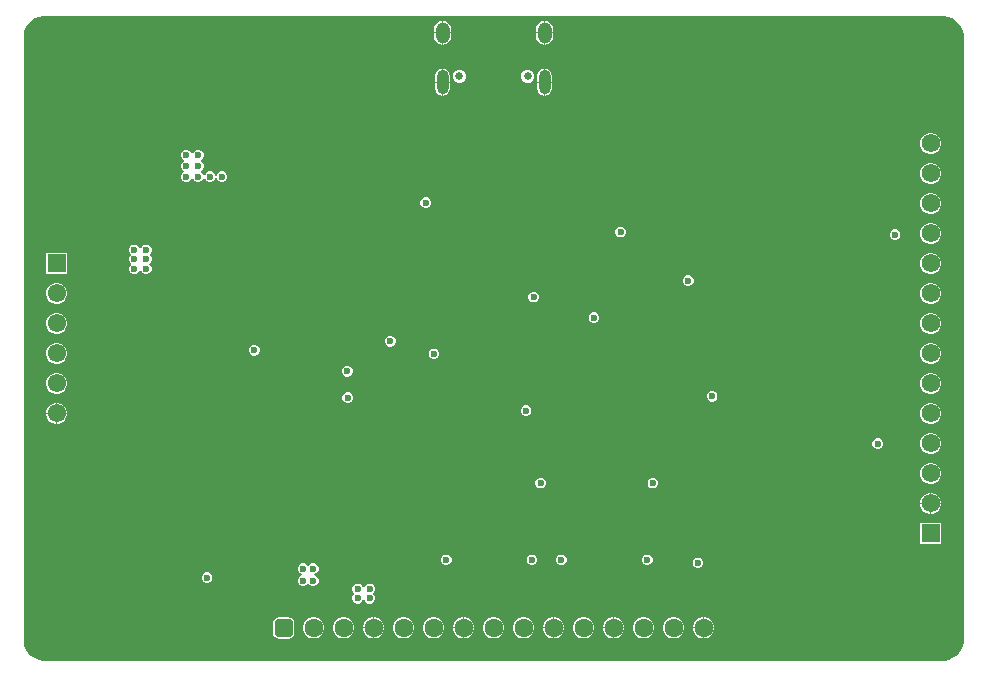
<source format=gbr>
%TF.GenerationSoftware,Altium Limited,Altium Designer,26.2.0 (7)*%
G04 Layer_Physical_Order=2*
G04 Layer_Color=36540*
%FSLAX45Y45*%
%MOMM*%
%TF.SameCoordinates,98F60570-CFD4-4618-BAC5-DA2D18F82F03*%
%TF.FilePolarity,Positive*%
%TF.FileFunction,Copper,L2,Inr,Signal*%
%TF.Part,Single*%
G01*
G75*
%TA.AperFunction,ComponentPad*%
%ADD38C,1.57000*%
%ADD39R,1.57000X1.57000*%
%ADD40C,1.55000*%
%ADD41R,1.55000X1.55000*%
%ADD42C,1.60000*%
G04:AMPARAMS|DCode=43|XSize=1.6mm|YSize=1.6mm|CornerRadius=0.4mm|HoleSize=0mm|Usage=FLASHONLY|Rotation=0.000|XOffset=0mm|YOffset=0mm|HoleType=Round|Shape=RoundedRectangle|*
%AMROUNDEDRECTD43*
21,1,1.60000,0.80000,0,0,0.0*
21,1,0.80000,1.60000,0,0,0.0*
1,1,0.80000,0.40000,-0.40000*
1,1,0.80000,-0.40000,-0.40000*
1,1,0.80000,-0.40000,0.40000*
1,1,0.80000,0.40000,0.40000*
%
%ADD43ROUNDEDRECTD43*%
%TA.AperFunction,TestPad*%
%ADD44O,1.00000X2.10000*%
%ADD45O,1.20000X1.80000*%
%TA.AperFunction,ViaPad*%
%ADD46C,6.00000*%
%TA.AperFunction,TestPad*%
%ADD47C,0.65000*%
%TA.AperFunction,ViaPad*%
%ADD48C,0.60000*%
G36*
X7852389Y5472707D02*
X7885077Y5459167D01*
X7914494Y5439512D01*
X7939512Y5414494D01*
X7959167Y5385077D01*
X7972707Y5352389D01*
X7979610Y5317690D01*
Y5300000D01*
Y200000D01*
Y182310D01*
X7972707Y147611D01*
X7959167Y114923D01*
X7939512Y85506D01*
X7914494Y60488D01*
X7885077Y40833D01*
X7852389Y27293D01*
X7817690Y20391D01*
X182310D01*
X147611Y27293D01*
X114923Y40833D01*
X85506Y60488D01*
X60488Y85506D01*
X40833Y114923D01*
X27293Y147611D01*
X20391Y182310D01*
Y200000D01*
Y5300000D01*
Y5317690D01*
X27293Y5352389D01*
X40833Y5385077D01*
X60488Y5414494D01*
X85506Y5439512D01*
X114923Y5459167D01*
X147611Y5472707D01*
X182310Y5479609D01*
X7817690D01*
X7852389Y5472707D01*
D02*
G37*
%LPC*%
G36*
X4437079Y5437846D02*
Y5342830D01*
X4502765D01*
Y5367750D01*
X4500353Y5386065D01*
X4493284Y5403132D01*
X4482038Y5417788D01*
X4467382Y5429034D01*
X4450315Y5436104D01*
X4437079Y5437846D01*
D02*
G37*
G36*
X4426919D02*
X4413684Y5436104D01*
X4396617Y5429034D01*
X4381961Y5417788D01*
X4370715Y5403132D01*
X4363646Y5386065D01*
X4361234Y5367750D01*
Y5342830D01*
X4426919D01*
Y5437846D01*
D02*
G37*
G36*
X3573079D02*
Y5342830D01*
X3638765D01*
Y5367750D01*
X3636354Y5386065D01*
X3629284Y5403132D01*
X3618038Y5417788D01*
X3603382Y5429034D01*
X3586315Y5436104D01*
X3573079Y5437846D01*
D02*
G37*
G36*
X3562919D02*
X3549684Y5436104D01*
X3532617Y5429034D01*
X3517961Y5417788D01*
X3506715Y5403132D01*
X3499646Y5386065D01*
X3497235Y5367750D01*
Y5342830D01*
X3562919D01*
Y5437846D01*
D02*
G37*
G36*
X4426919Y5332670D02*
X4361234D01*
Y5307750D01*
X4363646Y5289434D01*
X4370715Y5272367D01*
X4381961Y5257711D01*
X4396617Y5246466D01*
X4413684Y5239396D01*
X4426919Y5237653D01*
Y5332670D01*
D02*
G37*
G36*
X3562919Y5332670D02*
X3497235D01*
Y5307750D01*
X3499646Y5289434D01*
X3506715Y5272367D01*
X3517961Y5257711D01*
X3532617Y5246466D01*
X3549684Y5239396D01*
X3562919Y5237653D01*
Y5332670D01*
D02*
G37*
G36*
X3638765D02*
X3573079D01*
Y5237653D01*
X3586315Y5239396D01*
X3603382Y5246466D01*
X3618038Y5257711D01*
X3629284Y5272367D01*
X3636354Y5289434D01*
X3638765Y5307750D01*
Y5332670D01*
D02*
G37*
G36*
X4502765Y5332670D02*
X4437079D01*
Y5237653D01*
X4450315Y5239396D01*
X4467382Y5246466D01*
X4482038Y5257711D01*
X4493284Y5272367D01*
X4500353Y5289434D01*
X4502765Y5307750D01*
Y5332670D01*
D02*
G37*
G36*
X4437079Y5035078D02*
Y4924830D01*
X4493338D01*
Y4974750D01*
X4488669Y4998223D01*
X4475372Y5018123D01*
X4455473Y5031419D01*
X4437079Y5035078D01*
D02*
G37*
G36*
X4426919Y5035078D02*
X4408526Y5031419D01*
X4388627Y5018123D01*
X4375330Y4998223D01*
X4370661Y4974750D01*
Y4924830D01*
X4426919D01*
Y5035078D01*
D02*
G37*
G36*
X3573080Y5035078D02*
Y4924830D01*
X3629338D01*
Y4974750D01*
X3624669Y4998223D01*
X3611373Y5018123D01*
X3591473Y5031419D01*
X3573080Y5035078D01*
D02*
G37*
G36*
X3562920D02*
X3544527Y5031419D01*
X3524627Y5018123D01*
X3511330Y4998223D01*
X3506661Y4974750D01*
Y4924830D01*
X3562920D01*
Y5035078D01*
D02*
G37*
G36*
X4300437Y5027250D02*
X4277562D01*
X4256428Y5018496D01*
X4240253Y5002321D01*
X4231500Y4981187D01*
Y4958312D01*
X4240253Y4937179D01*
X4256428Y4921004D01*
X4277562Y4912250D01*
X4300437D01*
X4321571Y4921004D01*
X4337746Y4937179D01*
X4346500Y4958312D01*
Y4981187D01*
X4337746Y5002321D01*
X4321571Y5018496D01*
X4300437Y5027250D01*
D02*
G37*
G36*
X3722437D02*
X3699562D01*
X3678429Y5018496D01*
X3662254Y5002321D01*
X3653500Y4981187D01*
Y4958312D01*
X3662254Y4937179D01*
X3678429Y4921004D01*
X3699562Y4912250D01*
X3722437D01*
X3743571Y4921004D01*
X3759746Y4937179D01*
X3768500Y4958312D01*
Y4981187D01*
X3759746Y5002321D01*
X3743571Y5018496D01*
X3722437Y5027250D01*
D02*
G37*
G36*
X4426919Y4914670D02*
X4370661D01*
Y4864750D01*
X4375330Y4841277D01*
X4388627Y4821377D01*
X4408526Y4808080D01*
X4426919Y4804422D01*
Y4914670D01*
D02*
G37*
G36*
X3629338Y4914670D02*
X3573080D01*
Y4804422D01*
X3591473Y4808080D01*
X3611373Y4821377D01*
X3624669Y4841277D01*
X3629338Y4864750D01*
Y4914670D01*
D02*
G37*
G36*
X3562920D02*
X3506661D01*
Y4864750D01*
X3511330Y4841277D01*
X3524627Y4821377D01*
X3544527Y4808080D01*
X3562920Y4804422D01*
Y4914670D01*
D02*
G37*
G36*
X4493338Y4914670D02*
X4437079D01*
Y4804422D01*
X4455473Y4808080D01*
X4475372Y4821377D01*
X4488669Y4841277D01*
X4493338Y4864750D01*
Y4914670D01*
D02*
G37*
G36*
X7711672Y4489660D02*
X7688328D01*
X7665779Y4483618D01*
X7645562Y4471946D01*
X7629054Y4455439D01*
X7617382Y4435222D01*
X7611340Y4412672D01*
Y4389328D01*
X7617382Y4366779D01*
X7629054Y4346562D01*
X7645562Y4330054D01*
X7665779Y4318382D01*
X7688328Y4312340D01*
X7711672D01*
X7734222Y4318382D01*
X7754439Y4330054D01*
X7770946Y4346562D01*
X7782618Y4366779D01*
X7788660Y4389328D01*
Y4412672D01*
X7782618Y4435222D01*
X7770946Y4455439D01*
X7754439Y4471946D01*
X7734222Y4483618D01*
X7711672Y4489660D01*
D02*
G37*
G36*
X1508951Y4345000D02*
X1491049D01*
X1474510Y4338149D01*
X1461851Y4325490D01*
X1455000Y4308951D01*
X1445000D01*
X1438149Y4325490D01*
X1425490Y4338149D01*
X1408951Y4345000D01*
X1391049D01*
X1374510Y4338149D01*
X1361851Y4325490D01*
X1355000Y4308951D01*
Y4291049D01*
X1361851Y4274510D01*
X1374510Y4261851D01*
X1377774Y4260499D01*
Y4249501D01*
X1374510Y4248149D01*
X1361851Y4235490D01*
X1355000Y4218951D01*
Y4201049D01*
X1361851Y4184510D01*
X1374510Y4171851D01*
X1377774Y4170499D01*
Y4159501D01*
X1374510Y4158149D01*
X1361851Y4145490D01*
X1355000Y4128951D01*
Y4111049D01*
X1361851Y4094509D01*
X1374510Y4081851D01*
X1391049Y4075000D01*
X1408951D01*
X1425490Y4081851D01*
X1438149Y4094509D01*
X1445000Y4111049D01*
X1455000D01*
X1461851Y4094509D01*
X1474510Y4081851D01*
X1491049Y4075000D01*
X1508951D01*
X1525490Y4081851D01*
X1538149Y4094509D01*
X1545000Y4111049D01*
X1555000D01*
X1561851Y4094509D01*
X1574510Y4081851D01*
X1591049Y4075000D01*
X1608951D01*
X1625491Y4081851D01*
X1638149Y4094509D01*
X1645000Y4111049D01*
X1655000D01*
X1661851Y4094509D01*
X1674509Y4081851D01*
X1691049Y4075000D01*
X1708951D01*
X1725490Y4081851D01*
X1738149Y4094509D01*
X1745000Y4111049D01*
Y4128951D01*
X1738149Y4145490D01*
X1725490Y4158149D01*
X1708951Y4165000D01*
X1691049D01*
X1674509Y4158149D01*
X1661851Y4145490D01*
X1655000Y4128951D01*
X1645000D01*
X1638149Y4145490D01*
X1625491Y4158149D01*
X1608951Y4165000D01*
X1591049D01*
X1574510Y4158149D01*
X1561851Y4145490D01*
X1555000Y4128951D01*
X1545000D01*
X1538149Y4145490D01*
X1525490Y4158149D01*
X1522226Y4159501D01*
Y4170499D01*
X1525490Y4171851D01*
X1538149Y4184510D01*
X1545000Y4201049D01*
Y4218951D01*
X1538149Y4235490D01*
X1525490Y4248149D01*
X1522226Y4249501D01*
Y4260499D01*
X1525490Y4261851D01*
X1538149Y4274510D01*
X1545000Y4291049D01*
Y4308951D01*
X1538149Y4325490D01*
X1525490Y4338149D01*
X1508951Y4345000D01*
D02*
G37*
G36*
X7711672Y4235660D02*
X7688328D01*
X7665779Y4229618D01*
X7645562Y4217946D01*
X7629054Y4201439D01*
X7617382Y4181222D01*
X7611340Y4158672D01*
Y4135328D01*
X7617382Y4112779D01*
X7629054Y4092562D01*
X7645562Y4076054D01*
X7665779Y4064382D01*
X7688328Y4058340D01*
X7711672D01*
X7734222Y4064382D01*
X7754439Y4076054D01*
X7770946Y4092562D01*
X7782618Y4112779D01*
X7788660Y4135328D01*
Y4158672D01*
X7782618Y4181222D01*
X7770946Y4201439D01*
X7754439Y4217946D01*
X7734222Y4229618D01*
X7711672Y4235660D01*
D02*
G37*
G36*
X3433951Y3945000D02*
X3416049D01*
X3399510Y3938149D01*
X3386851Y3925490D01*
X3380000Y3908951D01*
Y3891049D01*
X3386851Y3874510D01*
X3399510Y3861851D01*
X3416049Y3855000D01*
X3433951D01*
X3450490Y3861851D01*
X3463149Y3874510D01*
X3470000Y3891049D01*
Y3908951D01*
X3463149Y3925490D01*
X3450490Y3938149D01*
X3433951Y3945000D01*
D02*
G37*
G36*
X7711672Y3981660D02*
X7688328D01*
X7665779Y3975618D01*
X7645562Y3963946D01*
X7629054Y3947439D01*
X7617382Y3927222D01*
X7611340Y3904672D01*
Y3881328D01*
X7617382Y3858779D01*
X7629054Y3838562D01*
X7645562Y3822054D01*
X7665779Y3810382D01*
X7688328Y3804340D01*
X7711672D01*
X7734222Y3810382D01*
X7754439Y3822054D01*
X7770946Y3838562D01*
X7782618Y3858779D01*
X7788660Y3881328D01*
Y3904672D01*
X7782618Y3927222D01*
X7770946Y3947439D01*
X7754439Y3963946D01*
X7734222Y3975618D01*
X7711672Y3981660D01*
D02*
G37*
G36*
X5083951Y3695000D02*
X5066049D01*
X5049510Y3688149D01*
X5036851Y3675490D01*
X5030000Y3658951D01*
Y3641049D01*
X5036851Y3624510D01*
X5049510Y3611851D01*
X5066049Y3605000D01*
X5083951D01*
X5100490Y3611851D01*
X5113149Y3624510D01*
X5120000Y3641049D01*
Y3658951D01*
X5113149Y3675490D01*
X5100490Y3688149D01*
X5083951Y3695000D01*
D02*
G37*
G36*
X7408951Y3675000D02*
X7391049D01*
X7374510Y3668149D01*
X7361851Y3655491D01*
X7355000Y3638951D01*
Y3621049D01*
X7361851Y3604510D01*
X7374510Y3591851D01*
X7391049Y3585000D01*
X7408951D01*
X7425490Y3591851D01*
X7438149Y3604510D01*
X7445000Y3621049D01*
Y3638951D01*
X7438149Y3655491D01*
X7425490Y3668149D01*
X7408951Y3675000D01*
D02*
G37*
G36*
X7711672Y3727660D02*
X7688328D01*
X7665779Y3721618D01*
X7645562Y3709946D01*
X7629054Y3693439D01*
X7617382Y3673222D01*
X7611340Y3650672D01*
Y3627328D01*
X7617382Y3604779D01*
X7629054Y3584562D01*
X7645562Y3568054D01*
X7665779Y3556382D01*
X7688328Y3550340D01*
X7711672D01*
X7734222Y3556382D01*
X7754439Y3568054D01*
X7770946Y3584562D01*
X7782618Y3604779D01*
X7788660Y3627328D01*
Y3650672D01*
X7782618Y3673222D01*
X7770946Y3693439D01*
X7754439Y3709946D01*
X7734222Y3721618D01*
X7711672Y3727660D01*
D02*
G37*
G36*
X1068951Y3545000D02*
X1051049D01*
X1034509Y3538149D01*
X1021851Y3525491D01*
X1015000Y3508951D01*
X1005000D01*
X998149Y3525491D01*
X985491Y3538149D01*
X968951Y3545000D01*
X951049D01*
X934510Y3538149D01*
X921851Y3525491D01*
X915000Y3508951D01*
Y3491049D01*
X921851Y3474510D01*
X929723Y3466637D01*
X933466Y3460000D01*
X929723Y3453363D01*
X921851Y3445490D01*
X915000Y3428951D01*
Y3411049D01*
X921851Y3394510D01*
X929723Y3386638D01*
X933466Y3380000D01*
X929723Y3373363D01*
X921851Y3365491D01*
X915000Y3348951D01*
Y3331049D01*
X921851Y3314510D01*
X934510Y3301851D01*
X951049Y3295000D01*
X968951D01*
X985491Y3301851D01*
X998149Y3314510D01*
X1005000Y3331049D01*
X1015000D01*
X1021851Y3314510D01*
X1034509Y3301851D01*
X1051049Y3295000D01*
X1068951D01*
X1085490Y3301851D01*
X1098149Y3314510D01*
X1105000Y3331049D01*
Y3348951D01*
X1098149Y3365491D01*
X1090277Y3373363D01*
X1086534Y3380000D01*
X1090277Y3386638D01*
X1098149Y3394510D01*
X1105000Y3411049D01*
Y3428951D01*
X1098149Y3445490D01*
X1090277Y3453363D01*
X1086534Y3460000D01*
X1090277Y3466637D01*
X1098149Y3474510D01*
X1105000Y3491049D01*
Y3508951D01*
X1098149Y3525491D01*
X1085490Y3538149D01*
X1068951Y3545000D01*
D02*
G37*
G36*
X387660Y3472660D02*
X212340D01*
Y3297340D01*
X387660D01*
Y3472660D01*
D02*
G37*
G36*
X7711672Y3473660D02*
X7688328D01*
X7665779Y3467618D01*
X7645562Y3455946D01*
X7629054Y3439439D01*
X7617382Y3419222D01*
X7611340Y3396672D01*
Y3373328D01*
X7617382Y3350779D01*
X7629054Y3330562D01*
X7645562Y3314054D01*
X7665779Y3302382D01*
X7688328Y3296340D01*
X7711672D01*
X7734222Y3302382D01*
X7754439Y3314054D01*
X7770946Y3330562D01*
X7782618Y3350779D01*
X7788660Y3373328D01*
Y3396672D01*
X7782618Y3419222D01*
X7770946Y3439439D01*
X7754439Y3455946D01*
X7734222Y3467618D01*
X7711672Y3473660D01*
D02*
G37*
G36*
X5658951Y3285000D02*
X5641049D01*
X5624509Y3278149D01*
X5611851Y3265491D01*
X5605000Y3248951D01*
Y3231049D01*
X5611851Y3214510D01*
X5624509Y3201851D01*
X5641049Y3195000D01*
X5658951D01*
X5675490Y3201851D01*
X5688149Y3214510D01*
X5695000Y3231049D01*
Y3248951D01*
X5688149Y3265491D01*
X5675490Y3278149D01*
X5658951Y3285000D01*
D02*
G37*
G36*
X4348951Y3145000D02*
X4331049D01*
X4314510Y3138149D01*
X4301851Y3125490D01*
X4295000Y3108951D01*
Y3091049D01*
X4301851Y3074509D01*
X4314510Y3061851D01*
X4331049Y3055000D01*
X4348951D01*
X4365490Y3061851D01*
X4378149Y3074509D01*
X4385000Y3091049D01*
Y3108951D01*
X4378149Y3125490D01*
X4365490Y3138149D01*
X4348951Y3145000D01*
D02*
G37*
G36*
X311541Y3218660D02*
X288459D01*
X266164Y3212686D01*
X246176Y3201145D01*
X229855Y3184824D01*
X218314Y3164836D01*
X212340Y3142541D01*
Y3119459D01*
X218314Y3097164D01*
X229855Y3077176D01*
X246176Y3060855D01*
X266164Y3049314D01*
X288459Y3043340D01*
X311541D01*
X333836Y3049314D01*
X353824Y3060855D01*
X370145Y3077176D01*
X381686Y3097164D01*
X387660Y3119459D01*
Y3142541D01*
X381686Y3164836D01*
X370145Y3184824D01*
X353824Y3201145D01*
X333836Y3212686D01*
X311541Y3218660D01*
D02*
G37*
G36*
X7711672Y3219660D02*
X7688328D01*
X7665779Y3213618D01*
X7645562Y3201946D01*
X7629054Y3185439D01*
X7617382Y3165222D01*
X7611340Y3142672D01*
Y3119328D01*
X7617382Y3096779D01*
X7629054Y3076562D01*
X7645562Y3060054D01*
X7665779Y3048382D01*
X7688328Y3042340D01*
X7711672D01*
X7734222Y3048382D01*
X7754439Y3060054D01*
X7770946Y3076562D01*
X7782618Y3096779D01*
X7788660Y3119328D01*
Y3142672D01*
X7782618Y3165222D01*
X7770946Y3185439D01*
X7754439Y3201946D01*
X7734222Y3213618D01*
X7711672Y3219660D01*
D02*
G37*
G36*
X4858951Y2970000D02*
X4841049D01*
X4824510Y2963149D01*
X4811851Y2950490D01*
X4805000Y2933951D01*
Y2916049D01*
X4811851Y2899510D01*
X4824510Y2886851D01*
X4841049Y2880000D01*
X4858951D01*
X4875490Y2886851D01*
X4888149Y2899510D01*
X4895000Y2916049D01*
Y2933951D01*
X4888149Y2950490D01*
X4875490Y2963149D01*
X4858951Y2970000D01*
D02*
G37*
G36*
X311541Y2964660D02*
X288459D01*
X266164Y2958686D01*
X246176Y2947145D01*
X229855Y2930824D01*
X218314Y2910836D01*
X212340Y2888541D01*
Y2865459D01*
X218314Y2843164D01*
X229855Y2823176D01*
X246176Y2806855D01*
X266164Y2795314D01*
X288459Y2789340D01*
X311541D01*
X333836Y2795314D01*
X353824Y2806855D01*
X370145Y2823176D01*
X381686Y2843164D01*
X387660Y2865459D01*
Y2888541D01*
X381686Y2910836D01*
X370145Y2930824D01*
X353824Y2947145D01*
X333836Y2958686D01*
X311541Y2964660D01*
D02*
G37*
G36*
X7711672Y2965660D02*
X7688328D01*
X7665779Y2959618D01*
X7645562Y2947946D01*
X7629054Y2931439D01*
X7617382Y2911222D01*
X7611340Y2888672D01*
Y2865328D01*
X7617382Y2842779D01*
X7629054Y2822562D01*
X7645562Y2806054D01*
X7665779Y2794382D01*
X7688328Y2788340D01*
X7711672D01*
X7734222Y2794382D01*
X7754439Y2806054D01*
X7770946Y2822562D01*
X7782618Y2842779D01*
X7788660Y2865328D01*
Y2888672D01*
X7782618Y2911222D01*
X7770946Y2931439D01*
X7754439Y2947946D01*
X7734222Y2959618D01*
X7711672Y2965660D01*
D02*
G37*
G36*
X3133951Y2770000D02*
X3116049D01*
X3099510Y2763149D01*
X3086851Y2750490D01*
X3080000Y2733951D01*
Y2716049D01*
X3086851Y2699509D01*
X3099510Y2686851D01*
X3116049Y2680000D01*
X3133951D01*
X3150491Y2686851D01*
X3163149Y2699509D01*
X3170000Y2716049D01*
Y2733951D01*
X3163149Y2750490D01*
X3150491Y2763149D01*
X3133951Y2770000D01*
D02*
G37*
G36*
X1983951Y2695000D02*
X1966049D01*
X1949510Y2688149D01*
X1936851Y2675490D01*
X1930000Y2658951D01*
Y2641049D01*
X1936851Y2624510D01*
X1949510Y2611851D01*
X1966049Y2605000D01*
X1983951D01*
X2000491Y2611851D01*
X2013149Y2624510D01*
X2020000Y2641049D01*
Y2658951D01*
X2013149Y2675490D01*
X2000491Y2688149D01*
X1983951Y2695000D01*
D02*
G37*
G36*
X3503951Y2665000D02*
X3486049D01*
X3469510Y2658149D01*
X3456851Y2645491D01*
X3450000Y2628951D01*
Y2611049D01*
X3456851Y2594510D01*
X3469510Y2581851D01*
X3486049Y2575000D01*
X3503951D01*
X3520491Y2581851D01*
X3533149Y2594510D01*
X3540000Y2611049D01*
Y2628951D01*
X3533149Y2645491D01*
X3520491Y2658149D01*
X3503951Y2665000D01*
D02*
G37*
G36*
X311541Y2710660D02*
X288459D01*
X266164Y2704686D01*
X246176Y2693145D01*
X229855Y2676824D01*
X218314Y2656836D01*
X212340Y2634541D01*
Y2611459D01*
X218314Y2589164D01*
X229855Y2569176D01*
X246176Y2552855D01*
X266164Y2541314D01*
X288459Y2535340D01*
X311541D01*
X333836Y2541314D01*
X353824Y2552855D01*
X370145Y2569176D01*
X381686Y2589164D01*
X387660Y2611459D01*
Y2634541D01*
X381686Y2656836D01*
X370145Y2676824D01*
X353824Y2693145D01*
X333836Y2704686D01*
X311541Y2710660D01*
D02*
G37*
G36*
X7711672Y2711660D02*
X7688328D01*
X7665779Y2705618D01*
X7645562Y2693946D01*
X7629054Y2677439D01*
X7617382Y2657222D01*
X7611340Y2634672D01*
Y2611328D01*
X7617382Y2588779D01*
X7629054Y2568562D01*
X7645562Y2552054D01*
X7665779Y2540382D01*
X7688328Y2534340D01*
X7711672D01*
X7734222Y2540382D01*
X7754439Y2552054D01*
X7770946Y2568562D01*
X7782618Y2588779D01*
X7788660Y2611328D01*
Y2634672D01*
X7782618Y2657222D01*
X7770946Y2677439D01*
X7754439Y2693946D01*
X7734222Y2705618D01*
X7711672Y2711660D01*
D02*
G37*
G36*
X2771451Y2517500D02*
X2753549D01*
X2737010Y2510649D01*
X2724351Y2497990D01*
X2717500Y2481451D01*
Y2463549D01*
X2724351Y2447010D01*
X2737010Y2434351D01*
X2753549Y2427500D01*
X2771451D01*
X2787990Y2434351D01*
X2800649Y2447010D01*
X2807500Y2463549D01*
Y2481451D01*
X2800649Y2497990D01*
X2787990Y2510649D01*
X2771451Y2517500D01*
D02*
G37*
G36*
X311541Y2456660D02*
X288459D01*
X266164Y2450686D01*
X246176Y2439145D01*
X229855Y2422824D01*
X218314Y2402836D01*
X212340Y2380541D01*
Y2357459D01*
X218314Y2335164D01*
X229855Y2315176D01*
X246176Y2298855D01*
X266164Y2287314D01*
X288459Y2281340D01*
X311541D01*
X333836Y2287314D01*
X353824Y2298855D01*
X370145Y2315176D01*
X381686Y2335164D01*
X387660Y2357459D01*
Y2380541D01*
X381686Y2402836D01*
X370145Y2422824D01*
X353824Y2439145D01*
X333836Y2450686D01*
X311541Y2456660D01*
D02*
G37*
G36*
X7711672Y2457660D02*
X7688328D01*
X7665779Y2451618D01*
X7645562Y2439946D01*
X7629054Y2423439D01*
X7617382Y2403222D01*
X7611340Y2380672D01*
Y2357328D01*
X7617382Y2334779D01*
X7629054Y2314562D01*
X7645562Y2298054D01*
X7665779Y2286382D01*
X7688328Y2280340D01*
X7711672D01*
X7734222Y2286382D01*
X7754439Y2298054D01*
X7770946Y2314562D01*
X7782618Y2334779D01*
X7788660Y2357328D01*
Y2380672D01*
X7782618Y2403222D01*
X7770946Y2423439D01*
X7754439Y2439946D01*
X7734222Y2451618D01*
X7711672Y2457660D01*
D02*
G37*
G36*
X5858951Y2305000D02*
X5841049D01*
X5824510Y2298149D01*
X5811851Y2285490D01*
X5805000Y2268951D01*
Y2251049D01*
X5811851Y2234510D01*
X5824510Y2221851D01*
X5841049Y2215000D01*
X5858951D01*
X5875490Y2221851D01*
X5888149Y2234510D01*
X5895000Y2251049D01*
Y2268951D01*
X5888149Y2285490D01*
X5875490Y2298149D01*
X5858951Y2305000D01*
D02*
G37*
G36*
X2773951Y2295000D02*
X2756049D01*
X2739510Y2288149D01*
X2726851Y2275490D01*
X2720000Y2258951D01*
Y2241049D01*
X2726851Y2224510D01*
X2739510Y2211851D01*
X2756049Y2205000D01*
X2773951D01*
X2790490Y2211851D01*
X2803149Y2224510D01*
X2810000Y2241049D01*
Y2258951D01*
X2803149Y2275490D01*
X2790490Y2288149D01*
X2773951Y2295000D01*
D02*
G37*
G36*
X311541Y2202660D02*
X305080D01*
Y2120080D01*
X387660D01*
Y2126541D01*
X381686Y2148836D01*
X370145Y2168824D01*
X353824Y2185145D01*
X333836Y2196686D01*
X311541Y2202660D01*
D02*
G37*
G36*
X294920D02*
X288459D01*
X266164Y2196686D01*
X246176Y2185145D01*
X229855Y2168824D01*
X218314Y2148836D01*
X212340Y2126541D01*
Y2120080D01*
X294920D01*
Y2202660D01*
D02*
G37*
G36*
X4283951Y2185000D02*
X4266049D01*
X4249509Y2178149D01*
X4236851Y2165490D01*
X4230000Y2148951D01*
Y2131049D01*
X4236851Y2114510D01*
X4249509Y2101851D01*
X4266049Y2095000D01*
X4283951D01*
X4300490Y2101851D01*
X4313149Y2114510D01*
X4320000Y2131049D01*
Y2148951D01*
X4313149Y2165490D01*
X4300490Y2178149D01*
X4283951Y2185000D01*
D02*
G37*
G36*
X387660Y2109920D02*
X305080D01*
Y2027340D01*
X311541D01*
X333836Y2033314D01*
X353824Y2044855D01*
X370145Y2061176D01*
X381686Y2081164D01*
X387660Y2103459D01*
Y2109920D01*
D02*
G37*
G36*
X294920D02*
X212340D01*
Y2103459D01*
X218314Y2081164D01*
X229855Y2061176D01*
X246176Y2044855D01*
X266164Y2033314D01*
X288459Y2027340D01*
X294920D01*
Y2109920D01*
D02*
G37*
G36*
X7711672Y2203660D02*
X7688328D01*
X7665779Y2197618D01*
X7645562Y2185946D01*
X7629054Y2169439D01*
X7617382Y2149222D01*
X7611340Y2126672D01*
Y2103328D01*
X7617382Y2080779D01*
X7629054Y2060562D01*
X7645562Y2044054D01*
X7665779Y2032382D01*
X7688328Y2026340D01*
X7711672D01*
X7734222Y2032382D01*
X7754439Y2044054D01*
X7770946Y2060562D01*
X7782618Y2080779D01*
X7788660Y2103328D01*
Y2126672D01*
X7782618Y2149222D01*
X7770946Y2169439D01*
X7754439Y2185946D01*
X7734222Y2197618D01*
X7711672Y2203660D01*
D02*
G37*
G36*
X7261451Y1905000D02*
X7243549D01*
X7227010Y1898149D01*
X7214351Y1885491D01*
X7207500Y1868951D01*
Y1851049D01*
X7214351Y1834510D01*
X7227010Y1821851D01*
X7243549Y1815000D01*
X7261451D01*
X7277991Y1821851D01*
X7290649Y1834510D01*
X7297500Y1851049D01*
Y1868951D01*
X7290649Y1885491D01*
X7277991Y1898149D01*
X7261451Y1905000D01*
D02*
G37*
G36*
X7711672Y1949660D02*
X7688328D01*
X7665779Y1943618D01*
X7645562Y1931946D01*
X7629054Y1915439D01*
X7617382Y1895222D01*
X7611340Y1872672D01*
Y1849328D01*
X7617382Y1826779D01*
X7629054Y1806562D01*
X7645562Y1790054D01*
X7665779Y1778382D01*
X7688328Y1772340D01*
X7711672D01*
X7734222Y1778382D01*
X7754439Y1790054D01*
X7770946Y1806562D01*
X7782618Y1826779D01*
X7788660Y1849328D01*
Y1872672D01*
X7782618Y1895222D01*
X7770946Y1915439D01*
X7754439Y1931946D01*
X7734222Y1943618D01*
X7711672Y1949660D01*
D02*
G37*
G36*
Y1695660D02*
X7688328D01*
X7665779Y1689618D01*
X7645562Y1677946D01*
X7629054Y1661439D01*
X7617382Y1641222D01*
X7611340Y1618672D01*
Y1595328D01*
X7617382Y1572779D01*
X7629054Y1552562D01*
X7645562Y1536054D01*
X7665779Y1524382D01*
X7688328Y1518340D01*
X7711672D01*
X7734222Y1524382D01*
X7754439Y1536054D01*
X7770946Y1552562D01*
X7782618Y1572779D01*
X7788660Y1595328D01*
Y1618672D01*
X7782618Y1641222D01*
X7770946Y1661439D01*
X7754439Y1677946D01*
X7734222Y1689618D01*
X7711672Y1695660D01*
D02*
G37*
G36*
X5358951Y1570000D02*
X5341049D01*
X5324510Y1563149D01*
X5311851Y1550490D01*
X5305000Y1533951D01*
Y1516049D01*
X5311851Y1499510D01*
X5324510Y1486851D01*
X5341049Y1480000D01*
X5358951D01*
X5375490Y1486851D01*
X5388149Y1499510D01*
X5395000Y1516049D01*
Y1533951D01*
X5388149Y1550490D01*
X5375490Y1563149D01*
X5358951Y1570000D01*
D02*
G37*
G36*
X4408951D02*
X4391049D01*
X4374510Y1563149D01*
X4361851Y1550490D01*
X4355000Y1533951D01*
Y1516049D01*
X4361851Y1499510D01*
X4374510Y1486851D01*
X4391049Y1480000D01*
X4408951D01*
X4425491Y1486851D01*
X4438149Y1499510D01*
X4445000Y1516049D01*
Y1533951D01*
X4438149Y1550490D01*
X4425491Y1563149D01*
X4408951Y1570000D01*
D02*
G37*
G36*
X7711672Y1441660D02*
X7705080D01*
Y1358081D01*
X7788660D01*
Y1364672D01*
X7782618Y1387222D01*
X7770946Y1407439D01*
X7754439Y1423946D01*
X7734222Y1435618D01*
X7711672Y1441660D01*
D02*
G37*
G36*
X7694920D02*
X7688328D01*
X7665779Y1435618D01*
X7645562Y1423946D01*
X7629054Y1407439D01*
X7617382Y1387222D01*
X7611340Y1364672D01*
Y1358081D01*
X7694920D01*
Y1441660D01*
D02*
G37*
G36*
X7788660Y1347921D02*
X7705080D01*
Y1264340D01*
X7711672D01*
X7734222Y1270382D01*
X7754439Y1282054D01*
X7770946Y1298562D01*
X7782618Y1318779D01*
X7788660Y1341328D01*
Y1347921D01*
D02*
G37*
G36*
X7694920D02*
X7611340D01*
Y1341328D01*
X7617382Y1318779D01*
X7629054Y1298562D01*
X7645562Y1282054D01*
X7665779Y1270382D01*
X7688328Y1264340D01*
X7694920D01*
Y1347921D01*
D02*
G37*
G36*
X7788660Y1187660D02*
X7611340D01*
Y1010340D01*
X7788660D01*
Y1187660D01*
D02*
G37*
G36*
X5311451Y920000D02*
X5293549D01*
X5277010Y913149D01*
X5264351Y900490D01*
X5257500Y883951D01*
Y866049D01*
X5264351Y849510D01*
X5277010Y836851D01*
X5293549Y830000D01*
X5311451D01*
X5327990Y836851D01*
X5340649Y849510D01*
X5347500Y866049D01*
Y883951D01*
X5340649Y900490D01*
X5327990Y913149D01*
X5311451Y920000D01*
D02*
G37*
G36*
X4583951D02*
X4566049D01*
X4549510Y913149D01*
X4536851Y900490D01*
X4530000Y883951D01*
Y866049D01*
X4536851Y849510D01*
X4549510Y836851D01*
X4566049Y830000D01*
X4583951D01*
X4600490Y836851D01*
X4613149Y849510D01*
X4620000Y866049D01*
Y883951D01*
X4613149Y900490D01*
X4600490Y913149D01*
X4583951Y920000D01*
D02*
G37*
G36*
X4333951D02*
X4316049D01*
X4299510Y913149D01*
X4286851Y900490D01*
X4280000Y883951D01*
Y866049D01*
X4286851Y849510D01*
X4299510Y836851D01*
X4316049Y830000D01*
X4333951D01*
X4350490Y836851D01*
X4363149Y849510D01*
X4370000Y866049D01*
Y883951D01*
X4363149Y900490D01*
X4350490Y913149D01*
X4333951Y920000D01*
D02*
G37*
G36*
X3608951D02*
X3591049D01*
X3574509Y913149D01*
X3561851Y900490D01*
X3555000Y883951D01*
Y866049D01*
X3561851Y849510D01*
X3574509Y836851D01*
X3591049Y830000D01*
X3608951D01*
X3625490Y836851D01*
X3638149Y849510D01*
X3645000Y866049D01*
Y883951D01*
X3638149Y900490D01*
X3625490Y913149D01*
X3608951Y920000D01*
D02*
G37*
G36*
X2483951Y845000D02*
X2466049D01*
X2449509Y838149D01*
X2438474Y827113D01*
X2432500Y826174D01*
X2426526Y827113D01*
X2415490Y838149D01*
X2398951Y845000D01*
X2381049D01*
X2364510Y838149D01*
X2351851Y825490D01*
X2345000Y808951D01*
Y791049D01*
X2351851Y774510D01*
X2364510Y761851D01*
X2381049Y755000D01*
Y745000D01*
X2364510Y738149D01*
X2351851Y725491D01*
X2345000Y708951D01*
Y691049D01*
X2351851Y674510D01*
X2364510Y661851D01*
X2381049Y655000D01*
X2398951D01*
X2415490Y661851D01*
X2426526Y672887D01*
X2432500Y673826D01*
X2438474Y672887D01*
X2449509Y661851D01*
X2466049Y655000D01*
X2483951D01*
X2500490Y661851D01*
X2513149Y674510D01*
X2520000Y691049D01*
Y708951D01*
X2513149Y725491D01*
X2500490Y738149D01*
X2483951Y745000D01*
Y755000D01*
X2500490Y761851D01*
X2513149Y774510D01*
X2520000Y791049D01*
Y808951D01*
X2513149Y825490D01*
X2500490Y838149D01*
X2483951Y845000D01*
D02*
G37*
G36*
X5738951Y895000D02*
X5721049D01*
X5704509Y888149D01*
X5691851Y875490D01*
X5685000Y858951D01*
Y841049D01*
X5691851Y824509D01*
X5704509Y811851D01*
X5721049Y805000D01*
X5738951D01*
X5755490Y811851D01*
X5768149Y824509D01*
X5775000Y841049D01*
Y858951D01*
X5768149Y875490D01*
X5755490Y888149D01*
X5738951Y895000D01*
D02*
G37*
G36*
X1583951Y770000D02*
X1566049D01*
X1549509Y763149D01*
X1536851Y750490D01*
X1530000Y733951D01*
Y716049D01*
X1536851Y699510D01*
X1549509Y686851D01*
X1566049Y680000D01*
X1583951D01*
X1600490Y686851D01*
X1613149Y699510D01*
X1620000Y716049D01*
Y733951D01*
X1613149Y750490D01*
X1600490Y763149D01*
X1583951Y770000D01*
D02*
G37*
G36*
X2958951Y675000D02*
X2941049D01*
X2924510Y668149D01*
X2911851Y655490D01*
X2905000Y638951D01*
X2895000D01*
X2888149Y655490D01*
X2875490Y668149D01*
X2858951Y675000D01*
X2841049D01*
X2824509Y668149D01*
X2811851Y655490D01*
X2805000Y638951D01*
Y621049D01*
X2811851Y604510D01*
X2819723Y596637D01*
X2823466Y590000D01*
X2819723Y583363D01*
X2811851Y575490D01*
X2805000Y558951D01*
Y541049D01*
X2811851Y524509D01*
X2824509Y511851D01*
X2841049Y505000D01*
X2858951D01*
X2875490Y511851D01*
X2888149Y524509D01*
X2895000Y541049D01*
X2905000D01*
X2911851Y524509D01*
X2924510Y511851D01*
X2941049Y505000D01*
X2958951D01*
X2975490Y511851D01*
X2988149Y524509D01*
X2995000Y541049D01*
Y558951D01*
X2988149Y575490D01*
X2980277Y583363D01*
X2976534Y590000D01*
X2980277Y596637D01*
X2988149Y604510D01*
X2995000Y621049D01*
Y638951D01*
X2988149Y655490D01*
X2975490Y668149D01*
X2958951Y675000D01*
D02*
G37*
G36*
X5789870Y390160D02*
X5783080D01*
Y305080D01*
X5868160D01*
Y311870D01*
X5862015Y334800D01*
X5850146Y355359D01*
X5833359Y372146D01*
X5812800Y384015D01*
X5789870Y390160D01*
D02*
G37*
G36*
X5772920D02*
X5766130D01*
X5743200Y384015D01*
X5722640Y372146D01*
X5705854Y355359D01*
X5693984Y334800D01*
X5687840Y311870D01*
Y305080D01*
X5772920D01*
Y390160D01*
D02*
G37*
G36*
X5027870D02*
X5021080D01*
Y305080D01*
X5106160D01*
Y311870D01*
X5100015Y334800D01*
X5088146Y355359D01*
X5071359Y372146D01*
X5050800Y384015D01*
X5027870Y390160D01*
D02*
G37*
G36*
X5010920D02*
X5004130D01*
X4981200Y384015D01*
X4960640Y372146D01*
X4943854Y355359D01*
X4931984Y334800D01*
X4925840Y311870D01*
Y305080D01*
X5010920D01*
Y390160D01*
D02*
G37*
G36*
X4519870D02*
X4513080D01*
Y305080D01*
X4598160D01*
Y311870D01*
X4592015Y334800D01*
X4580146Y355359D01*
X4563359Y372146D01*
X4542800Y384015D01*
X4519870Y390160D01*
D02*
G37*
G36*
X4502920D02*
X4496130D01*
X4473200Y384015D01*
X4452640Y372146D01*
X4435854Y355359D01*
X4423984Y334800D01*
X4417840Y311870D01*
Y305080D01*
X4502920D01*
Y390160D01*
D02*
G37*
G36*
X3757870D02*
X3751080D01*
Y305080D01*
X3836160D01*
Y311870D01*
X3830015Y334800D01*
X3818146Y355359D01*
X3801359Y372146D01*
X3780800Y384015D01*
X3757870Y390160D01*
D02*
G37*
G36*
X3740920D02*
X3734130D01*
X3711200Y384015D01*
X3690640Y372146D01*
X3673854Y355359D01*
X3661984Y334800D01*
X3655840Y311870D01*
Y305080D01*
X3740920D01*
Y390160D01*
D02*
G37*
G36*
X2995870D02*
X2989080D01*
Y305080D01*
X3074160D01*
Y311870D01*
X3068015Y334800D01*
X3056146Y355359D01*
X3039359Y372146D01*
X3018800Y384015D01*
X2995870Y390160D01*
D02*
G37*
G36*
X2978920D02*
X2972130D01*
X2949200Y384015D01*
X2928640Y372146D01*
X2911854Y355359D01*
X2899984Y334800D01*
X2893840Y311870D01*
Y305080D01*
X2978920D01*
Y390160D01*
D02*
G37*
G36*
X5868160Y294920D02*
X5783080D01*
Y209840D01*
X5789870D01*
X5812800Y215984D01*
X5833359Y227854D01*
X5850146Y244640D01*
X5862015Y265200D01*
X5868160Y288130D01*
Y294920D01*
D02*
G37*
G36*
X5772920D02*
X5687840D01*
Y288130D01*
X5693984Y265200D01*
X5705854Y244640D01*
X5722640Y227854D01*
X5743200Y215984D01*
X5766130Y209840D01*
X5772920D01*
Y294920D01*
D02*
G37*
G36*
X5535870Y390160D02*
X5512130D01*
X5489200Y384015D01*
X5468640Y372146D01*
X5451854Y355359D01*
X5439984Y334800D01*
X5433840Y311870D01*
Y288130D01*
X5439984Y265200D01*
X5451854Y244640D01*
X5468640Y227854D01*
X5489200Y215984D01*
X5512130Y209840D01*
X5535870D01*
X5558800Y215984D01*
X5579359Y227854D01*
X5596146Y244640D01*
X5608015Y265200D01*
X5614160Y288130D01*
Y311870D01*
X5608015Y334800D01*
X5596146Y355359D01*
X5579359Y372146D01*
X5558800Y384015D01*
X5535870Y390160D01*
D02*
G37*
G36*
X5281870D02*
X5258130D01*
X5235200Y384015D01*
X5214640Y372146D01*
X5197854Y355359D01*
X5185984Y334800D01*
X5179840Y311870D01*
Y288130D01*
X5185984Y265200D01*
X5197854Y244640D01*
X5214640Y227854D01*
X5235200Y215984D01*
X5258130Y209840D01*
X5281870D01*
X5304800Y215984D01*
X5325359Y227854D01*
X5342146Y244640D01*
X5354015Y265200D01*
X5360160Y288130D01*
Y311870D01*
X5354015Y334800D01*
X5342146Y355359D01*
X5325359Y372146D01*
X5304800Y384015D01*
X5281870Y390160D01*
D02*
G37*
G36*
X5106160Y294920D02*
X5021080D01*
Y209840D01*
X5027870D01*
X5050800Y215984D01*
X5071359Y227854D01*
X5088146Y244640D01*
X5100015Y265200D01*
X5106160Y288130D01*
Y294920D01*
D02*
G37*
G36*
X5010920D02*
X4925840D01*
Y288130D01*
X4931984Y265200D01*
X4943854Y244640D01*
X4960640Y227854D01*
X4981200Y215984D01*
X5004130Y209840D01*
X5010920D01*
Y294920D01*
D02*
G37*
G36*
X4773870Y390160D02*
X4750130D01*
X4727200Y384015D01*
X4706640Y372146D01*
X4689854Y355359D01*
X4677984Y334800D01*
X4671840Y311870D01*
Y288130D01*
X4677984Y265200D01*
X4689854Y244640D01*
X4706640Y227854D01*
X4727200Y215984D01*
X4750130Y209840D01*
X4773870D01*
X4796800Y215984D01*
X4817359Y227854D01*
X4834146Y244640D01*
X4846015Y265200D01*
X4852160Y288130D01*
Y311870D01*
X4846015Y334800D01*
X4834146Y355359D01*
X4817359Y372146D01*
X4796800Y384015D01*
X4773870Y390160D01*
D02*
G37*
G36*
X4598160Y294920D02*
X4513080D01*
Y209840D01*
X4519870D01*
X4542800Y215984D01*
X4563359Y227854D01*
X4580146Y244640D01*
X4592015Y265200D01*
X4598160Y288130D01*
Y294920D01*
D02*
G37*
G36*
X4502920D02*
X4417840D01*
Y288130D01*
X4423984Y265200D01*
X4435854Y244640D01*
X4452640Y227854D01*
X4473200Y215984D01*
X4496130Y209840D01*
X4502920D01*
Y294920D01*
D02*
G37*
G36*
X4265870Y390160D02*
X4242130D01*
X4219200Y384015D01*
X4198640Y372146D01*
X4181854Y355359D01*
X4169984Y334800D01*
X4163840Y311870D01*
Y288130D01*
X4169984Y265200D01*
X4181854Y244640D01*
X4198640Y227854D01*
X4219200Y215984D01*
X4242130Y209840D01*
X4265870D01*
X4288800Y215984D01*
X4309359Y227854D01*
X4326146Y244640D01*
X4338015Y265200D01*
X4344160Y288130D01*
Y311870D01*
X4338015Y334800D01*
X4326146Y355359D01*
X4309359Y372146D01*
X4288800Y384015D01*
X4265870Y390160D01*
D02*
G37*
G36*
X4011870D02*
X3988130D01*
X3965200Y384015D01*
X3944640Y372146D01*
X3927854Y355359D01*
X3915984Y334800D01*
X3909840Y311870D01*
Y288130D01*
X3915984Y265200D01*
X3927854Y244640D01*
X3944640Y227854D01*
X3965200Y215984D01*
X3988130Y209840D01*
X4011870D01*
X4034800Y215984D01*
X4055359Y227854D01*
X4072146Y244640D01*
X4084015Y265200D01*
X4090160Y288130D01*
Y311870D01*
X4084015Y334800D01*
X4072146Y355359D01*
X4055359Y372146D01*
X4034800Y384015D01*
X4011870Y390160D01*
D02*
G37*
G36*
X3836160Y294920D02*
X3751080D01*
Y209840D01*
X3757870D01*
X3780800Y215984D01*
X3801359Y227854D01*
X3818146Y244640D01*
X3830015Y265200D01*
X3836160Y288130D01*
Y294920D01*
D02*
G37*
G36*
X3740920D02*
X3655840D01*
Y288130D01*
X3661984Y265200D01*
X3673854Y244640D01*
X3690640Y227854D01*
X3711200Y215984D01*
X3734130Y209840D01*
X3740920D01*
Y294920D01*
D02*
G37*
G36*
X3503870Y390160D02*
X3480130D01*
X3457200Y384015D01*
X3436640Y372146D01*
X3419854Y355359D01*
X3407984Y334800D01*
X3401840Y311870D01*
Y288130D01*
X3407984Y265200D01*
X3419854Y244640D01*
X3436640Y227854D01*
X3457200Y215984D01*
X3480130Y209840D01*
X3503870D01*
X3526800Y215984D01*
X3547359Y227854D01*
X3564146Y244640D01*
X3576015Y265200D01*
X3582160Y288130D01*
Y311870D01*
X3576015Y334800D01*
X3564146Y355359D01*
X3547359Y372146D01*
X3526800Y384015D01*
X3503870Y390160D01*
D02*
G37*
G36*
X3249870D02*
X3226130D01*
X3203200Y384015D01*
X3182640Y372146D01*
X3165854Y355359D01*
X3153984Y334800D01*
X3147840Y311870D01*
Y288130D01*
X3153984Y265200D01*
X3165854Y244640D01*
X3182640Y227854D01*
X3203200Y215984D01*
X3226130Y209840D01*
X3249870D01*
X3272800Y215984D01*
X3293359Y227854D01*
X3310146Y244640D01*
X3322015Y265200D01*
X3328160Y288130D01*
Y311870D01*
X3322015Y334800D01*
X3310146Y355359D01*
X3293359Y372146D01*
X3272800Y384015D01*
X3249870Y390160D01*
D02*
G37*
G36*
X3074160Y294920D02*
X2989080D01*
Y209840D01*
X2995870D01*
X3018800Y215984D01*
X3039359Y227854D01*
X3056146Y244640D01*
X3068015Y265200D01*
X3074160Y288130D01*
Y294920D01*
D02*
G37*
G36*
X2978920D02*
X2893840D01*
Y288130D01*
X2899984Y265200D01*
X2911854Y244640D01*
X2928640Y227854D01*
X2949200Y215984D01*
X2972130Y209840D01*
X2978920D01*
Y294920D01*
D02*
G37*
G36*
X2741870Y390160D02*
X2718130D01*
X2695200Y384015D01*
X2674640Y372146D01*
X2657854Y355359D01*
X2645984Y334800D01*
X2639840Y311870D01*
Y288130D01*
X2645984Y265200D01*
X2657854Y244640D01*
X2674640Y227854D01*
X2695200Y215984D01*
X2718130Y209840D01*
X2741870D01*
X2764800Y215984D01*
X2785359Y227854D01*
X2802146Y244640D01*
X2814015Y265200D01*
X2820160Y288130D01*
Y311870D01*
X2814015Y334800D01*
X2802146Y355359D01*
X2785359Y372146D01*
X2764800Y384015D01*
X2741870Y390160D01*
D02*
G37*
G36*
X2487870D02*
X2464130D01*
X2441200Y384015D01*
X2420640Y372146D01*
X2403854Y355359D01*
X2391984Y334800D01*
X2385840Y311870D01*
Y288130D01*
X2391984Y265200D01*
X2403854Y244640D01*
X2420640Y227854D01*
X2441200Y215984D01*
X2464130Y209840D01*
X2487870D01*
X2510800Y215984D01*
X2531359Y227854D01*
X2548146Y244640D01*
X2560015Y265200D01*
X2566160Y288130D01*
Y311870D01*
X2560015Y334800D01*
X2548146Y355359D01*
X2531359Y372146D01*
X2510800Y384015D01*
X2487870Y390160D01*
D02*
G37*
G36*
X2262000Y391142D02*
X2182000D01*
X2162428Y387249D01*
X2145837Y376163D01*
X2134750Y359571D01*
X2130857Y340000D01*
Y260000D01*
X2134750Y240429D01*
X2145837Y223837D01*
X2162428Y212750D01*
X2182000Y208857D01*
X2262000D01*
X2281571Y212750D01*
X2298163Y223837D01*
X2309249Y240429D01*
X2313142Y260000D01*
Y340000D01*
X2309249Y359571D01*
X2298163Y376163D01*
X2281571Y387249D01*
X2262000Y391142D01*
D02*
G37*
%LPD*%
D38*
X7700000Y4401000D02*
D03*
Y4147000D02*
D03*
Y3893000D02*
D03*
Y3639000D02*
D03*
Y3385000D02*
D03*
Y3131000D02*
D03*
Y2877000D02*
D03*
Y2623000D02*
D03*
Y2369000D02*
D03*
Y2115000D02*
D03*
Y1861000D02*
D03*
Y1607000D02*
D03*
Y1353000D02*
D03*
D39*
Y1099000D02*
D03*
D40*
X300000Y2369000D02*
D03*
Y2623000D02*
D03*
Y2877000D02*
D03*
Y3131000D02*
D03*
Y2115000D02*
D03*
D41*
Y3385000D02*
D03*
D42*
X5524000Y300000D02*
D03*
X5270000D02*
D03*
X4254000D02*
D03*
X3492000D02*
D03*
X2476000D02*
D03*
X2730000D02*
D03*
X3238000D02*
D03*
X4000000D02*
D03*
X4762000D02*
D03*
X5016000D02*
D03*
X4508000D02*
D03*
X3746000D02*
D03*
X2984000D02*
D03*
X5778000D02*
D03*
D43*
X2222000D02*
D03*
D44*
X3568000Y4919750D02*
D03*
X4432000D02*
D03*
D45*
Y5337750D02*
D03*
X3568000D02*
D03*
D46*
X7640000Y5140000D02*
D03*
Y360000D02*
D03*
X360000D02*
D03*
Y5140000D02*
D03*
D47*
X4289000Y4969750D02*
D03*
X3711000D02*
D03*
D48*
X7869996Y4759997D02*
D03*
Y4159997D02*
D03*
Y3559997D02*
D03*
Y1759998D02*
D03*
Y1159998D02*
D03*
X7719996Y859998D02*
D03*
X7569996Y4759997D02*
D03*
X7419996Y4459997D02*
D03*
X7569996Y4159997D02*
D03*
X7419996Y3859997D02*
D03*
X7569996Y3559997D02*
D03*
X7419996Y3259998D02*
D03*
X7569996Y2359998D02*
D03*
X7419996Y1459998D02*
D03*
Y859998D02*
D03*
X7119996Y5059997D02*
D03*
X7269996Y4759997D02*
D03*
X7119996Y4459997D02*
D03*
X7269996Y4159997D02*
D03*
Y3559997D02*
D03*
Y2959998D02*
D03*
X7119996Y2659998D02*
D03*
Y2059998D02*
D03*
X7269996Y1759998D02*
D03*
X7119996Y1459998D02*
D03*
Y859998D02*
D03*
X7269996Y559998D02*
D03*
X7119996Y259998D02*
D03*
X6819996Y5059997D02*
D03*
X6969996Y4759997D02*
D03*
X6819996Y4459997D02*
D03*
X6969996Y4159997D02*
D03*
X6819996Y2659998D02*
D03*
X6969996Y2359998D02*
D03*
X6819996Y2059998D02*
D03*
X6969996Y1759998D02*
D03*
Y1159998D02*
D03*
X6819996Y859998D02*
D03*
X6969996Y559998D02*
D03*
X6819996Y259998D02*
D03*
X6519996Y5059997D02*
D03*
X6669996Y4759997D02*
D03*
Y4159997D02*
D03*
Y3559997D02*
D03*
X6519996Y2659998D02*
D03*
Y2059998D02*
D03*
X6669996Y1759998D02*
D03*
X6519996Y1459998D02*
D03*
X6669996Y1159998D02*
D03*
X6519996Y859998D02*
D03*
X6669996Y559998D02*
D03*
X6519996Y259998D02*
D03*
X6219996Y5059997D02*
D03*
X6369996Y4759997D02*
D03*
Y4159997D02*
D03*
X6219996Y3859997D02*
D03*
X5919997Y5059997D02*
D03*
X6069996Y4759997D02*
D03*
Y4159997D02*
D03*
X5919997Y3259998D02*
D03*
Y2659998D02*
D03*
Y1459998D02*
D03*
Y259998D02*
D03*
X5619997Y5059997D02*
D03*
X5769997Y4759997D02*
D03*
Y4159997D02*
D03*
Y3559997D02*
D03*
Y2959998D02*
D03*
Y1759998D02*
D03*
Y559998D02*
D03*
X5319997Y5059997D02*
D03*
X5469997Y4759997D02*
D03*
Y4159997D02*
D03*
Y3559997D02*
D03*
X5319997Y2659998D02*
D03*
X5469997Y2359998D02*
D03*
X5319997Y2059998D02*
D03*
X5469997Y1759998D02*
D03*
Y559998D02*
D03*
X5019997Y5059997D02*
D03*
X5169997Y4759997D02*
D03*
Y4159997D02*
D03*
Y2359998D02*
D03*
X5019997Y2059998D02*
D03*
X4719997Y5059997D02*
D03*
X4869997Y4759997D02*
D03*
Y4159997D02*
D03*
X4719997Y2659998D02*
D03*
X4869997Y2359998D02*
D03*
Y1159998D02*
D03*
X4419997Y4459997D02*
D03*
Y3259998D02*
D03*
X4569997Y1759998D02*
D03*
X4419997Y859998D02*
D03*
X4569997Y559998D02*
D03*
X4119997Y3259998D02*
D03*
X4269997Y2959998D02*
D03*
X4119997Y2059998D02*
D03*
X4269997Y559998D02*
D03*
X3819997Y4459997D02*
D03*
X3969997Y3559997D02*
D03*
X3819997Y3259998D02*
D03*
X3969997Y2959998D02*
D03*
Y1159998D02*
D03*
X3669997Y4159997D02*
D03*
Y2959998D02*
D03*
Y1759998D02*
D03*
X3519997Y1459998D02*
D03*
X3669997Y559998D02*
D03*
X3219997Y5059997D02*
D03*
X3369997Y4159997D02*
D03*
X3219997Y3859997D02*
D03*
Y2059998D02*
D03*
X3369997Y1759998D02*
D03*
X3219997Y1459998D02*
D03*
X3369997Y559998D02*
D03*
X2919997Y5059997D02*
D03*
Y3859997D02*
D03*
X3069997Y2359998D02*
D03*
X2919997Y2059998D02*
D03*
X3069997Y1759998D02*
D03*
X2919997Y1459998D02*
D03*
X3069997Y1159998D02*
D03*
X2619998Y5059997D02*
D03*
Y3859997D02*
D03*
X2769998Y1759998D02*
D03*
X2619998Y1459998D02*
D03*
X2769998Y1159998D02*
D03*
X2319998Y5059997D02*
D03*
X2469998Y4759997D02*
D03*
X2319998Y3859997D02*
D03*
Y2059998D02*
D03*
X2469998Y1759998D02*
D03*
X2319998Y1459998D02*
D03*
X2469998Y1159998D02*
D03*
Y559998D02*
D03*
X2019998Y5059997D02*
D03*
X2169998Y4759997D02*
D03*
Y1159998D02*
D03*
X2019998Y859998D02*
D03*
X2169998Y559998D02*
D03*
X1719998Y5059997D02*
D03*
X1869998Y4759997D02*
D03*
X1719998Y3259998D02*
D03*
Y2659998D02*
D03*
Y2059998D02*
D03*
X1869998Y1759998D02*
D03*
Y1159998D02*
D03*
Y559998D02*
D03*
X1419998Y5059997D02*
D03*
Y3259998D02*
D03*
X1569998Y2959998D02*
D03*
X1419998Y2059998D02*
D03*
X1569998Y1759998D02*
D03*
X1419998Y1459998D02*
D03*
X1569998Y1159998D02*
D03*
X1419998Y859998D02*
D03*
X1569998Y559998D02*
D03*
X1119998Y5059997D02*
D03*
Y4459997D02*
D03*
X1269998Y4159997D02*
D03*
Y1759998D02*
D03*
Y1159998D02*
D03*
X1119998Y859998D02*
D03*
X819998Y5059997D02*
D03*
X969998Y4759997D02*
D03*
X819998Y4459997D02*
D03*
X969998Y4159997D02*
D03*
X819998Y3859997D02*
D03*
Y3259998D02*
D03*
X969998Y1759998D02*
D03*
X819998Y259998D02*
D03*
X669998Y4759997D02*
D03*
X519998Y4459997D02*
D03*
X669998Y4159997D02*
D03*
X519998Y3859997D02*
D03*
X669998Y3559997D02*
D03*
X519998Y3259998D02*
D03*
X669998Y2959998D02*
D03*
Y1759998D02*
D03*
X519998Y1459998D02*
D03*
X669998Y1159998D02*
D03*
X519998Y859998D02*
D03*
X669998Y559998D02*
D03*
X369998Y4759997D02*
D03*
X219998Y4459997D02*
D03*
X369998Y4159997D02*
D03*
X219998Y3859997D02*
D03*
X369998Y3559997D02*
D03*
X219998Y1459998D02*
D03*
X369998Y1159998D02*
D03*
X219998Y859998D02*
D03*
X2850000Y2470000D02*
D03*
Y2250000D02*
D03*
X5687500Y3162500D02*
D03*
X3125000Y2725000D02*
D03*
X5075000Y3650000D02*
D03*
X4850000Y2925000D02*
D03*
X3425000Y3900000D02*
D03*
X1975000Y2650000D02*
D03*
X1575000Y725000D02*
D03*
X2475000Y800000D02*
D03*
Y700000D02*
D03*
X3495000Y2620000D02*
D03*
X2390000Y800000D02*
D03*
Y700000D02*
D03*
X1600000Y4120000D02*
D03*
X1500000D02*
D03*
X1400000D02*
D03*
X1700000D02*
D03*
X1500000Y4210000D02*
D03*
X1400000D02*
D03*
Y4300000D02*
D03*
X1500000D02*
D03*
X4400000Y1525000D02*
D03*
X5350000D02*
D03*
X4275000Y2140000D02*
D03*
X5730000Y850000D02*
D03*
X5850000Y2260000D02*
D03*
X2850000Y630000D02*
D03*
X2950000D02*
D03*
X2850000Y550000D02*
D03*
X2950000D02*
D03*
X960000Y3500000D02*
D03*
X1060000D02*
D03*
Y3340000D02*
D03*
X960000D02*
D03*
Y3420000D02*
D03*
X1060000D02*
D03*
X2765000Y2250000D02*
D03*
X2762500Y2472500D02*
D03*
X3460000Y1120000D02*
D03*
X5950000Y2510000D02*
D03*
X5850000Y2600000D02*
D03*
X7802635Y4977365D02*
D03*
X7640000Y4910000D02*
D03*
X7477365Y4977365D02*
D03*
X7410000Y5140000D02*
D03*
X7477365Y5302635D02*
D03*
X7640000Y5370000D02*
D03*
X7802635Y5302635D02*
D03*
X7870000Y5140000D02*
D03*
X7802635Y197365D02*
D03*
X7640000Y130000D02*
D03*
X7477365Y197365D02*
D03*
X7410000Y360000D02*
D03*
X7477365Y522635D02*
D03*
X7640000Y590000D02*
D03*
X7802635Y522635D02*
D03*
X7870000Y360000D02*
D03*
X522635Y197365D02*
D03*
X360000Y130000D02*
D03*
X197365Y197365D02*
D03*
X130000Y360000D02*
D03*
X197365Y522635D02*
D03*
X360000Y590000D02*
D03*
X522635Y522635D02*
D03*
X590000Y360000D02*
D03*
X360000Y5370000D02*
D03*
X522635Y5302635D02*
D03*
X590000Y5140000D02*
D03*
X522635Y4977365D02*
D03*
X360000Y4910000D02*
D03*
X197365Y4977365D02*
D03*
X130000Y5140000D02*
D03*
X197365Y5302635D02*
D03*
X3550000Y2825000D02*
D03*
X2370000Y4540000D02*
D03*
X3370000Y4730000D02*
D03*
X3500000Y4620000D02*
D03*
X2850000D02*
D03*
X2970000Y4730000D02*
D03*
X2260000Y4540000D02*
D03*
X2370000Y4450000D02*
D03*
X1400000Y4480000D02*
D03*
X1500000D02*
D03*
X1400000Y4570000D02*
D03*
X1500000D02*
D03*
X1400000Y4660000D02*
D03*
X1500000D02*
D03*
X1600000D02*
D03*
X1700000D02*
D03*
X2000000Y4380000D02*
D03*
X4980000Y3320000D02*
D03*
X5060000Y3470000D02*
D03*
Y3380000D02*
D03*
X4890000Y3320000D02*
D03*
X4600000Y4840000D02*
D03*
X3400000Y4850000D02*
D03*
X3680000Y4750000D02*
D03*
X4320000D02*
D03*
X4125000Y2140000D02*
D03*
X2850000Y1100000D02*
D03*
X2950000D02*
D03*
X2450000Y4900000D02*
D03*
X4450000Y3475000D02*
D03*
Y2825000D02*
D03*
X4175000Y2700000D02*
D03*
X3100000Y4625000D02*
D03*
X3250000D02*
D03*
X2150000Y4622500D02*
D03*
X4850000Y2775000D02*
D03*
X3420000Y2370000D02*
D03*
X3410000Y2210000D02*
D03*
X3890000Y2010000D02*
D03*
X3630000Y1850000D02*
D03*
X4320000D02*
D03*
X5270000D02*
D03*
X4580000D02*
D03*
X4400000Y1180000D02*
D03*
X1425000Y1050000D02*
D03*
X1275000D02*
D03*
X1150000Y275000D02*
D03*
Y725000D02*
D03*
X4000000Y4600000D02*
D03*
X5580000Y1120000D02*
D03*
X5430000D02*
D03*
X3320000D02*
D03*
X5410000Y2660000D02*
D03*
X5080000Y2230000D02*
D03*
X5490000Y2800000D02*
D03*
X3925000Y2260000D02*
D03*
X5350000Y1180000D02*
D03*
X4520000Y1040000D02*
D03*
X3570000D02*
D03*
X3245000Y2520000D02*
D03*
X3700000Y4000000D02*
D03*
X3150000Y2875000D02*
D03*
X4850000Y3200000D02*
D03*
X3500000Y4730000D02*
D03*
X2850000D02*
D03*
X3100000D02*
D03*
X3250000D02*
D03*
X3590000Y4670000D02*
D03*
X4440000D02*
D03*
X4530000Y4730000D02*
D03*
Y4620000D02*
D03*
X4340000Y3100000D02*
D03*
X5650000Y3240000D02*
D03*
X7400000Y3630000D02*
D03*
X7252500Y1860000D02*
D03*
X4325000Y875000D02*
D03*
X3600000D02*
D03*
X4575000D02*
D03*
X5302500D02*
D03*
%TF.MD5,6e9f4c2c8d1d684f64aa578c5b3c37c6*%
M02*

</source>
